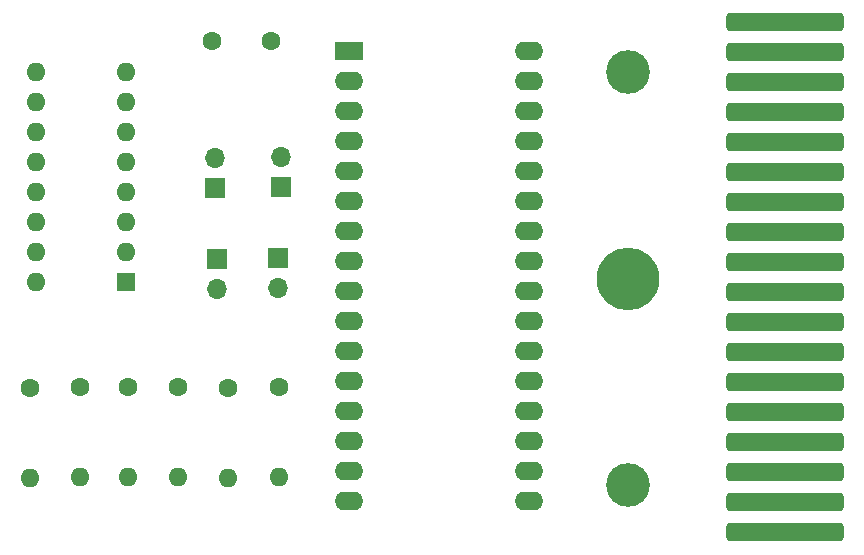
<source format=gbs>
G04 #@! TF.GenerationSoftware,KiCad,Pcbnew,6.0.0-d3dd2cf0fa~116~ubuntu20.04.1*
G04 #@! TF.CreationDate,2021-12-31T14:11:42+00:00*
G04 #@! TF.ProjectId,multicart,6d756c74-6963-4617-9274-2e6b69636164,V0.1*
G04 #@! TF.SameCoordinates,Original*
G04 #@! TF.FileFunction,Soldermask,Bot*
G04 #@! TF.FilePolarity,Negative*
%FSLAX46Y46*%
G04 Gerber Fmt 4.6, Leading zero omitted, Abs format (unit mm)*
G04 Created by KiCad (PCBNEW 6.0.0-d3dd2cf0fa~116~ubuntu20.04.1) date 2021-12-31 14:11:42*
%MOMM*%
%LPD*%
G01*
G04 APERTURE LIST*
G04 Aperture macros list*
%AMRoundRect*
0 Rectangle with rounded corners*
0 $1 Rounding radius*
0 $2 $3 $4 $5 $6 $7 $8 $9 X,Y pos of 4 corners*
0 Add a 4 corners polygon primitive as box body*
4,1,4,$2,$3,$4,$5,$6,$7,$8,$9,$2,$3,0*
0 Add four circle primitives for the rounded corners*
1,1,$1+$1,$2,$3*
1,1,$1+$1,$4,$5*
1,1,$1+$1,$6,$7*
1,1,$1+$1,$8,$9*
0 Add four rect primitives between the rounded corners*
20,1,$1+$1,$2,$3,$4,$5,0*
20,1,$1+$1,$4,$5,$6,$7,0*
20,1,$1+$1,$6,$7,$8,$9,0*
20,1,$1+$1,$8,$9,$2,$3,0*%
G04 Aperture macros list end*
%ADD10R,2.400000X1.600000*%
%ADD11O,2.400000X1.600000*%
%ADD12R,1.600000X1.600000*%
%ADD13O,1.600000X1.600000*%
%ADD14C,1.600000*%
%ADD15RoundRect,0.400000X4.600000X-0.400000X4.600000X0.400000X-4.600000X0.400000X-4.600000X-0.400000X0*%
%ADD16C,5.300000*%
%ADD17C,3.700000*%
%ADD18R,1.700000X1.700000*%
%ADD19O,1.700000X1.700000*%
G04 APERTURE END LIST*
D10*
X93954600Y-48844200D03*
D11*
X93954600Y-51384200D03*
X93954600Y-53924200D03*
X93954600Y-56464200D03*
X93954600Y-59004200D03*
X93954600Y-61544200D03*
X93954600Y-64084200D03*
X93954600Y-66624200D03*
X93954600Y-69164200D03*
X93954600Y-71704200D03*
X93954600Y-74244200D03*
X93954600Y-76784200D03*
X93954600Y-79324200D03*
X93954600Y-81864200D03*
X93954600Y-84404200D03*
X93954600Y-86944200D03*
X109194600Y-86944200D03*
X109194600Y-84404200D03*
X109194600Y-81864200D03*
X109194600Y-79324200D03*
X109194600Y-76784200D03*
X109194600Y-74244200D03*
X109194600Y-71704200D03*
X109194600Y-69164200D03*
X109194600Y-66624200D03*
X109194600Y-64084200D03*
X109194600Y-61544200D03*
X109194600Y-59004200D03*
X109194600Y-56464200D03*
X109194600Y-53924200D03*
X109194600Y-51384200D03*
X109194600Y-48844200D03*
D12*
X75057000Y-68427600D03*
D13*
X75057000Y-65887600D03*
X75057000Y-63347600D03*
X75057000Y-60807600D03*
X75057000Y-58267600D03*
X75057000Y-55727600D03*
X75057000Y-53187600D03*
X75057000Y-50647600D03*
X67437000Y-50647600D03*
X67437000Y-53187600D03*
X67437000Y-55727600D03*
X67437000Y-58267600D03*
X67437000Y-60807600D03*
X67437000Y-63347600D03*
X67437000Y-65887600D03*
X67437000Y-68427600D03*
D14*
X83667600Y-77393800D03*
D13*
X83667600Y-85013800D03*
D14*
X71120000Y-77317600D03*
D13*
X71120000Y-84937600D03*
D14*
X75234800Y-77317600D03*
D13*
X75234800Y-84937600D03*
D14*
X66929000Y-77368400D03*
D13*
X66929000Y-84988400D03*
D14*
X79476600Y-77317600D03*
D13*
X79476600Y-84937600D03*
D14*
X88036400Y-77317600D03*
D13*
X88036400Y-84937600D03*
D15*
X130810200Y-46400200D03*
X130810200Y-48940200D03*
X130810200Y-51480200D03*
X130810200Y-54020200D03*
X130810200Y-56560200D03*
X130810200Y-59100200D03*
X130810200Y-61640200D03*
X130810200Y-64180200D03*
X130810200Y-66720200D03*
X130810200Y-69260200D03*
X130810200Y-71800200D03*
X130810200Y-74340200D03*
X130810200Y-76880200D03*
X130810200Y-79420200D03*
X130810200Y-81960200D03*
X130810200Y-84500200D03*
X130810200Y-87040200D03*
X130810200Y-89580200D03*
D14*
X82321400Y-47955200D03*
X87321400Y-47955200D03*
D16*
X117517200Y-68105600D03*
D17*
X117517200Y-50605600D03*
X117517200Y-85605600D03*
D18*
X87934800Y-66370200D03*
D19*
X87934800Y-68910200D03*
D18*
X82753200Y-66446400D03*
D19*
X82753200Y-68986400D03*
D18*
X88138000Y-60325000D03*
D19*
X88138000Y-57785000D03*
D18*
X82626200Y-60452000D03*
D19*
X82626200Y-57912000D03*
M02*

</source>
